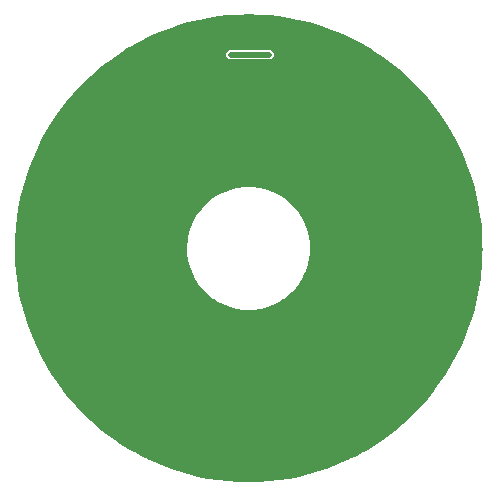
<source format=gbr>
%TF.GenerationSoftware,KiCad,Pcbnew,(6.0.4)*%
%TF.CreationDate,2022-07-14T17:56:19+08:00*%
%TF.ProjectId,SmartKnob_Screen,536d6172-744b-46e6-9f62-5f5363726565,rev?*%
%TF.SameCoordinates,Original*%
%TF.FileFunction,Copper,L1,Top*%
%TF.FilePolarity,Positive*%
%FSLAX46Y46*%
G04 Gerber Fmt 4.6, Leading zero omitted, Abs format (unit mm)*
G04 Created by KiCad (PCBNEW (6.0.4)) date 2022-07-14 17:56:19*
%MOMM*%
%LPD*%
G01*
G04 APERTURE LIST*
%TA.AperFunction,ViaPad*%
%ADD10C,0.450000*%
%TD*%
%TA.AperFunction,Conductor*%
%ADD11C,0.500000*%
%TD*%
G04 APERTURE END LIST*
D10*
%TO.N,/Screen_VCC*%
X193587110Y-99896230D03*
X190337110Y-99896230D03*
%TO.N,/Screen_GND*%
X173922433Y-116260711D03*
X206484739Y-105680576D03*
X198548675Y-99524734D03*
X207695953Y-107589145D03*
X174487936Y-120737129D03*
X201567315Y-131458614D03*
X178800998Y-103938863D03*
X176724530Y-106615829D03*
X187446015Y-133695208D03*
X196398851Y-133695208D03*
X180448801Y-130129949D03*
X206484739Y-126840846D03*
X177360127Y-105680576D03*
X174803416Y-121823017D03*
X209603604Y-112887847D03*
X175635546Y-108596684D03*
X185296191Y-132996688D03*
X184258406Y-99973824D03*
X209886914Y-117390940D03*
X201567315Y-101062808D03*
X186360127Y-133379728D03*
X209041450Y-110698405D03*
X199586460Y-132547598D03*
X209356930Y-120737129D03*
X203396065Y-130129949D03*
X209603604Y-119633575D03*
X188549569Y-133941882D03*
X176724530Y-125905593D03*
X198548675Y-132996688D03*
X195295297Y-133941882D03*
X174064368Y-118516709D03*
X204244281Y-129382146D03*
X189666435Y-134118776D03*
X194178431Y-134118776D03*
X182277551Y-131458614D03*
X196502204Y-100651230D03*
X205043868Y-103938863D03*
X181342298Y-130823017D03*
X173957952Y-117390940D03*
X175186456Y-109634469D03*
X182277551Y-101062808D03*
X202502568Y-130823017D03*
X191922433Y-134260711D03*
X205791671Y-104787079D03*
X174803416Y-110698405D03*
X179600585Y-103139276D03*
X183250867Y-100487191D03*
X184258406Y-132547598D03*
X209780498Y-118516709D03*
X174487936Y-111784293D03*
X208658410Y-122886953D03*
X174241262Y-119633575D03*
X207695953Y-124932277D03*
X173957952Y-115130482D03*
X175186456Y-122886953D03*
X180448801Y-102391473D03*
X199586460Y-99973824D03*
X178053195Y-104787079D03*
X193052662Y-134225192D03*
X209041450Y-121823017D03*
X193792204Y-97296230D03*
X200593999Y-100487191D03*
X174064368Y-114004713D03*
X208658410Y-109634469D03*
X189792204Y-97296230D03*
X186162204Y-100651230D03*
X190792204Y-97296230D03*
X190792204Y-134225192D03*
X176148913Y-124932277D03*
X203396065Y-102391473D03*
X176148913Y-107589145D03*
X208209320Y-123924738D03*
X209780498Y-114004713D03*
X197484739Y-133379728D03*
X208209320Y-108596684D03*
X209886914Y-115130482D03*
X205043868Y-128582559D03*
X209922433Y-116260711D03*
X183250867Y-132034231D03*
X175635546Y-123924738D03*
X204244281Y-103139276D03*
X207120336Y-106615829D03*
X181342298Y-101698405D03*
X200593999Y-132034231D03*
X192792204Y-97296230D03*
X205791671Y-127734343D03*
X202502568Y-101698405D03*
X207120336Y-125905593D03*
X174241262Y-112887847D03*
X209356930Y-111784293D03*
X191792204Y-97296230D03*
%TD*%
D11*
%TO.N,/Screen_VCC*%
X190337110Y-99896230D02*
X193587110Y-99896230D01*
%TD*%
%TA.AperFunction,Conductor*%
%TO.N,/Screen_GND*%
G36*
X192699134Y-96515540D02*
G01*
X192702328Y-96515678D01*
X193561168Y-96571969D01*
X193564355Y-96572249D01*
X194419854Y-96665941D01*
X194423044Y-96666360D01*
X195273679Y-96797286D01*
X195276835Y-96797843D01*
X195924235Y-96926618D01*
X196120927Y-96965743D01*
X196124079Y-96966442D01*
X196960020Y-97170996D01*
X196963138Y-97171831D01*
X197789395Y-97412663D01*
X197792447Y-97413624D01*
X198199936Y-97551949D01*
X198607411Y-97690268D01*
X198610444Y-97691372D01*
X199412554Y-98003295D01*
X199415537Y-98004531D01*
X200203254Y-98351135D01*
X200206175Y-98352497D01*
X200346272Y-98421585D01*
X200978055Y-98733146D01*
X200980919Y-98734637D01*
X201492890Y-99015514D01*
X201735467Y-99148596D01*
X201738243Y-99150199D01*
X202106117Y-99373431D01*
X202473981Y-99596656D01*
X202476704Y-99598390D01*
X202573520Y-99663080D01*
X203192314Y-100076545D01*
X203194919Y-100078369D01*
X203771995Y-100501499D01*
X203888993Y-100587286D01*
X203891554Y-100589252D01*
X204562711Y-101127912D01*
X204565182Y-101129984D01*
X205212246Y-101697444D01*
X205214623Y-101699622D01*
X205836324Y-102294771D01*
X205838569Y-102297016D01*
X206172293Y-102645629D01*
X206433715Y-102918714D01*
X206435896Y-102921094D01*
X207003353Y-103568155D01*
X207005428Y-103570629D01*
X207544088Y-104241786D01*
X207546054Y-104244347D01*
X208054971Y-104938421D01*
X208056795Y-104941026D01*
X208374119Y-105415936D01*
X208534950Y-105656636D01*
X208536684Y-105659359D01*
X208983135Y-106395087D01*
X208984750Y-106397883D01*
X209398703Y-107152421D01*
X209400194Y-107155285D01*
X209780841Y-107927160D01*
X209782205Y-107930086D01*
X210128809Y-108717803D01*
X210130045Y-108720786D01*
X210441968Y-109522896D01*
X210443072Y-109525929D01*
X210719711Y-110340879D01*
X210720682Y-110343959D01*
X210961509Y-111170202D01*
X210962344Y-111173320D01*
X211166898Y-112009261D01*
X211167597Y-112012413D01*
X211183109Y-112090396D01*
X211334121Y-112849583D01*
X211335495Y-112856493D01*
X211336054Y-112859661D01*
X211464185Y-113692138D01*
X211466979Y-113710291D01*
X211467399Y-113713486D01*
X211554202Y-114506075D01*
X211561090Y-114568971D01*
X211561371Y-114572172D01*
X211616605Y-115414881D01*
X211617661Y-115430996D01*
X211617800Y-115434206D01*
X211633869Y-116170594D01*
X211636575Y-116294616D01*
X211636575Y-116297833D01*
X211626711Y-116749915D01*
X211617801Y-117158238D01*
X211617662Y-117161448D01*
X211585965Y-117645050D01*
X211561372Y-118020273D01*
X211561091Y-118023475D01*
X211536462Y-118248363D01*
X211467400Y-118878968D01*
X211466980Y-118882164D01*
X211403118Y-119297082D01*
X211336056Y-119732787D01*
X211335497Y-119735955D01*
X211247349Y-120179107D01*
X211167597Y-120580047D01*
X211166898Y-120583199D01*
X210962344Y-121419140D01*
X210961509Y-121422258D01*
X210720682Y-122248501D01*
X210719711Y-122251581D01*
X210443072Y-123066531D01*
X210441968Y-123069564D01*
X210130045Y-123871674D01*
X210128809Y-123874657D01*
X209782205Y-124662374D01*
X209780841Y-124665300D01*
X209400194Y-125437175D01*
X209398703Y-125440039D01*
X208984750Y-126194577D01*
X208983135Y-126197373D01*
X208536684Y-126933101D01*
X208534950Y-126935824D01*
X208056795Y-127651434D01*
X208054971Y-127654039D01*
X207631841Y-128231115D01*
X207546054Y-128348113D01*
X207544088Y-128350674D01*
X207005428Y-129021831D01*
X207003353Y-129024305D01*
X206435896Y-129671366D01*
X206433718Y-129673743D01*
X205838569Y-130295444D01*
X205836324Y-130297689D01*
X205537619Y-130583637D01*
X205214626Y-130892835D01*
X205212249Y-130895014D01*
X204872179Y-131193247D01*
X204565185Y-131462473D01*
X204562711Y-131464548D01*
X203891554Y-132003208D01*
X203888993Y-132005174D01*
X203194919Y-132514091D01*
X203192314Y-132515915D01*
X202717404Y-132833240D01*
X202476704Y-132994070D01*
X202473981Y-132995804D01*
X201911166Y-133337329D01*
X201738253Y-133442255D01*
X201735467Y-133443864D01*
X201492890Y-133576946D01*
X200980919Y-133857823D01*
X200978055Y-133859314D01*
X200346272Y-134170875D01*
X200249336Y-134218679D01*
X200206180Y-134239961D01*
X200203254Y-134241325D01*
X199415537Y-134587929D01*
X199412554Y-134589165D01*
X198610444Y-134901088D01*
X198607411Y-134902192D01*
X198426430Y-134963627D01*
X197792447Y-135178836D01*
X197789395Y-135179797D01*
X197192568Y-135353757D01*
X196963138Y-135420629D01*
X196960020Y-135421464D01*
X196124079Y-135626018D01*
X196120927Y-135626717D01*
X195276835Y-135794617D01*
X195273679Y-135795174D01*
X194423044Y-135926100D01*
X194419854Y-135926519D01*
X193564355Y-136020211D01*
X193561168Y-136020491D01*
X192702328Y-136076782D01*
X192699134Y-136076920D01*
X191838714Y-136095695D01*
X191835506Y-136095695D01*
X190975086Y-136076920D01*
X190971892Y-136076782D01*
X190113052Y-136020491D01*
X190109865Y-136020211D01*
X189254366Y-135926519D01*
X189251176Y-135926100D01*
X188400541Y-135795174D01*
X188397385Y-135794617D01*
X187553293Y-135626717D01*
X187550141Y-135626018D01*
X186714200Y-135421464D01*
X186711082Y-135420629D01*
X186481652Y-135353757D01*
X185884825Y-135179797D01*
X185881773Y-135178836D01*
X185247790Y-134963627D01*
X185066809Y-134902192D01*
X185063776Y-134901088D01*
X184261666Y-134589165D01*
X184258683Y-134587929D01*
X183470966Y-134241325D01*
X183468040Y-134239961D01*
X183424885Y-134218679D01*
X183327948Y-134170875D01*
X182696165Y-133859314D01*
X182693301Y-133857823D01*
X182181330Y-133576946D01*
X181938753Y-133443864D01*
X181935967Y-133442255D01*
X181763055Y-133337329D01*
X181200239Y-132995804D01*
X181197516Y-132994070D01*
X180956816Y-132833239D01*
X180481906Y-132515915D01*
X180479301Y-132514091D01*
X179785227Y-132005174D01*
X179782666Y-132003208D01*
X179111509Y-131464548D01*
X179109035Y-131462473D01*
X178802042Y-131193247D01*
X178461971Y-130895014D01*
X178459594Y-130892835D01*
X178136601Y-130583637D01*
X177837896Y-130297689D01*
X177835651Y-130295444D01*
X177240502Y-129673743D01*
X177238324Y-129671366D01*
X176670867Y-129024305D01*
X176668792Y-129021831D01*
X176130132Y-128350674D01*
X176128166Y-128348113D01*
X176042379Y-128231115D01*
X175619249Y-127654039D01*
X175617425Y-127651434D01*
X175139270Y-126935824D01*
X175137536Y-126933101D01*
X174691085Y-126197373D01*
X174689470Y-126194577D01*
X174275517Y-125440039D01*
X174274026Y-125437175D01*
X173893379Y-124665300D01*
X173892015Y-124662374D01*
X173545411Y-123874657D01*
X173544175Y-123871674D01*
X173232252Y-123069564D01*
X173231148Y-123066531D01*
X172954509Y-122251581D01*
X172953538Y-122248501D01*
X172712711Y-121422258D01*
X172711876Y-121419140D01*
X172507322Y-120583199D01*
X172506623Y-120580047D01*
X172426871Y-120179107D01*
X172338723Y-119735955D01*
X172338164Y-119732787D01*
X172271103Y-119297082D01*
X172207240Y-118882164D01*
X172206820Y-118878968D01*
X172137758Y-118248363D01*
X172113129Y-118023475D01*
X172112848Y-118020273D01*
X172088255Y-117645050D01*
X172056558Y-117161448D01*
X172056419Y-117158238D01*
X172047510Y-116749915D01*
X172037645Y-116297833D01*
X172037645Y-116296230D01*
X186631656Y-116296230D01*
X186651464Y-116749915D01*
X186651674Y-116751508D01*
X186651674Y-116751511D01*
X186707768Y-117177579D01*
X186710739Y-117200148D01*
X186809028Y-117643501D01*
X186809514Y-117645042D01*
X186809516Y-117645050D01*
X186927823Y-118020273D01*
X186945583Y-118076600D01*
X186946196Y-118078081D01*
X186946199Y-118078088D01*
X187016730Y-118248363D01*
X187119367Y-118496150D01*
X187120107Y-118497571D01*
X187120110Y-118497578D01*
X187318649Y-118878968D01*
X187329055Y-118898957D01*
X187329918Y-118900312D01*
X187329924Y-118900322D01*
X187472093Y-119123482D01*
X187573052Y-119281956D01*
X187849501Y-119642231D01*
X188156298Y-119977042D01*
X188491109Y-120283839D01*
X188851384Y-120560288D01*
X188940891Y-120617310D01*
X189233018Y-120803416D01*
X189233028Y-120803422D01*
X189234383Y-120804285D01*
X189235818Y-120805032D01*
X189635762Y-121013230D01*
X189635769Y-121013233D01*
X189637190Y-121013973D01*
X189638667Y-121014585D01*
X189638676Y-121014589D01*
X190055252Y-121187141D01*
X190055259Y-121187144D01*
X190056740Y-121187757D01*
X190058277Y-121188241D01*
X190058278Y-121188242D01*
X190488290Y-121323824D01*
X190488298Y-121323826D01*
X190489839Y-121324312D01*
X190491415Y-121324661D01*
X190491421Y-121324663D01*
X190861820Y-121406778D01*
X190933192Y-121422601D01*
X190934784Y-121422811D01*
X190934792Y-121422812D01*
X191381829Y-121481666D01*
X191381832Y-121481666D01*
X191383425Y-121481876D01*
X191837110Y-121501684D01*
X192290795Y-121481876D01*
X192292388Y-121481666D01*
X192292391Y-121481666D01*
X192739428Y-121422812D01*
X192739436Y-121422811D01*
X192741028Y-121422601D01*
X192812400Y-121406778D01*
X193182799Y-121324663D01*
X193182805Y-121324661D01*
X193184381Y-121324312D01*
X193185922Y-121323826D01*
X193185930Y-121323824D01*
X193615942Y-121188242D01*
X193615943Y-121188241D01*
X193617480Y-121187757D01*
X193618961Y-121187144D01*
X193618968Y-121187141D01*
X194035544Y-121014589D01*
X194035553Y-121014585D01*
X194037030Y-121013973D01*
X194038451Y-121013233D01*
X194038458Y-121013230D01*
X194438402Y-120805032D01*
X194439837Y-120804285D01*
X194441192Y-120803422D01*
X194441202Y-120803416D01*
X194733329Y-120617310D01*
X194822836Y-120560288D01*
X195183111Y-120283839D01*
X195517922Y-119977042D01*
X195824719Y-119642231D01*
X196101168Y-119281956D01*
X196202127Y-119123482D01*
X196344296Y-118900322D01*
X196344302Y-118900312D01*
X196345165Y-118898957D01*
X196355571Y-118878968D01*
X196554110Y-118497578D01*
X196554113Y-118497571D01*
X196554853Y-118496150D01*
X196657491Y-118248363D01*
X196728021Y-118078088D01*
X196728024Y-118078081D01*
X196728637Y-118076600D01*
X196746397Y-118020273D01*
X196864704Y-117645050D01*
X196864706Y-117645042D01*
X196865192Y-117643501D01*
X196963481Y-117200148D01*
X196966453Y-117177579D01*
X197022546Y-116751511D01*
X197022546Y-116751508D01*
X197022756Y-116749915D01*
X197042564Y-116296230D01*
X197022756Y-115842545D01*
X197009860Y-115744589D01*
X196963692Y-115393912D01*
X196963691Y-115393904D01*
X196963481Y-115392312D01*
X196865192Y-114948959D01*
X196728637Y-114515860D01*
X196724584Y-114506075D01*
X196555469Y-114097796D01*
X196555465Y-114097787D01*
X196554853Y-114096310D01*
X196345165Y-113693503D01*
X196344302Y-113692148D01*
X196344296Y-113692138D01*
X196102041Y-113311875D01*
X196101168Y-113310504D01*
X195824719Y-112950229D01*
X195517922Y-112615418D01*
X195183111Y-112308621D01*
X194822836Y-112032172D01*
X194617733Y-111901507D01*
X194441202Y-111789044D01*
X194441192Y-111789038D01*
X194439837Y-111788175D01*
X194081451Y-111601611D01*
X194038458Y-111579230D01*
X194038451Y-111579227D01*
X194037030Y-111578487D01*
X194035553Y-111577875D01*
X194035544Y-111577871D01*
X193618968Y-111405319D01*
X193618961Y-111405316D01*
X193617480Y-111404703D01*
X193615942Y-111404218D01*
X193185930Y-111268636D01*
X193185922Y-111268634D01*
X193184381Y-111268148D01*
X193182805Y-111267799D01*
X193182799Y-111267797D01*
X192812400Y-111185682D01*
X192741028Y-111169859D01*
X192739436Y-111169649D01*
X192739428Y-111169648D01*
X192292391Y-111110794D01*
X192292388Y-111110794D01*
X192290795Y-111110584D01*
X191837110Y-111090776D01*
X191383425Y-111110584D01*
X191381832Y-111110794D01*
X191381829Y-111110794D01*
X190934792Y-111169648D01*
X190934784Y-111169649D01*
X190933192Y-111169859D01*
X190861820Y-111185682D01*
X190491421Y-111267797D01*
X190491415Y-111267799D01*
X190489839Y-111268148D01*
X190488298Y-111268634D01*
X190488290Y-111268636D01*
X190058278Y-111404218D01*
X190056740Y-111404703D01*
X190055259Y-111405316D01*
X190055252Y-111405319D01*
X189638676Y-111577871D01*
X189638667Y-111577875D01*
X189637190Y-111578487D01*
X189635769Y-111579227D01*
X189635762Y-111579230D01*
X189592769Y-111601611D01*
X189234383Y-111788175D01*
X189233028Y-111789038D01*
X189233018Y-111789044D01*
X189056487Y-111901507D01*
X188851384Y-112032172D01*
X188491109Y-112308621D01*
X188156298Y-112615418D01*
X187849501Y-112950229D01*
X187573052Y-113310504D01*
X187572179Y-113311875D01*
X187329924Y-113692138D01*
X187329918Y-113692148D01*
X187329055Y-113693503D01*
X187119367Y-114096310D01*
X187118755Y-114097787D01*
X187118751Y-114097796D01*
X186949636Y-114506075D01*
X186945583Y-114515860D01*
X186809028Y-114948959D01*
X186710739Y-115392312D01*
X186710529Y-115393904D01*
X186710528Y-115393912D01*
X186664360Y-115744589D01*
X186651464Y-115842545D01*
X186637141Y-116170594D01*
X186631656Y-116296230D01*
X172037645Y-116296230D01*
X172037645Y-116294616D01*
X172040351Y-116170594D01*
X172056420Y-115434206D01*
X172056559Y-115430996D01*
X172057616Y-115414881D01*
X172112849Y-114572172D01*
X172113130Y-114568971D01*
X172120019Y-114506075D01*
X172206821Y-113713486D01*
X172207241Y-113710291D01*
X172210035Y-113692138D01*
X172338166Y-112859661D01*
X172338725Y-112856493D01*
X172340100Y-112849583D01*
X172491111Y-112090396D01*
X172506623Y-112012413D01*
X172507322Y-112009261D01*
X172711876Y-111173320D01*
X172712711Y-111170202D01*
X172953538Y-110343959D01*
X172954509Y-110340879D01*
X173231148Y-109525929D01*
X173232252Y-109522896D01*
X173544175Y-108720786D01*
X173545411Y-108717803D01*
X173892015Y-107930086D01*
X173893379Y-107927160D01*
X174274026Y-107155285D01*
X174275517Y-107152421D01*
X174689470Y-106397883D01*
X174691085Y-106395087D01*
X175137536Y-105659359D01*
X175139270Y-105656636D01*
X175300101Y-105415936D01*
X175617425Y-104941026D01*
X175619249Y-104938421D01*
X176128166Y-104244347D01*
X176130132Y-104241786D01*
X176668792Y-103570629D01*
X176670867Y-103568155D01*
X177238324Y-102921094D01*
X177240505Y-102918714D01*
X177501927Y-102645629D01*
X177835651Y-102297016D01*
X177837896Y-102294771D01*
X178459597Y-101699622D01*
X178461974Y-101697444D01*
X179109038Y-101129984D01*
X179111509Y-101127912D01*
X179782666Y-100589252D01*
X179785227Y-100587286D01*
X179902225Y-100501499D01*
X180479301Y-100078369D01*
X180481906Y-100076545D01*
X180751766Y-99896230D01*
X189931618Y-99896230D01*
X189932529Y-99901982D01*
X189950552Y-100015779D01*
X189950553Y-100015782D01*
X189951464Y-100021534D01*
X189954109Y-100026725D01*
X189954110Y-100026728D01*
X190006414Y-100129380D01*
X190006416Y-100129382D01*
X190009060Y-100134572D01*
X190098768Y-100224280D01*
X190103958Y-100226924D01*
X190103960Y-100226926D01*
X190206612Y-100279230D01*
X190206615Y-100279231D01*
X190211806Y-100281876D01*
X190217558Y-100282787D01*
X190217561Y-100282788D01*
X190302718Y-100296275D01*
X190305591Y-100296730D01*
X193618629Y-100296730D01*
X193621502Y-100296275D01*
X193706659Y-100282788D01*
X193706662Y-100282787D01*
X193712414Y-100281876D01*
X193717605Y-100279231D01*
X193717608Y-100279230D01*
X193820260Y-100226926D01*
X193820262Y-100226924D01*
X193825452Y-100224280D01*
X193915160Y-100134572D01*
X193917804Y-100129382D01*
X193917806Y-100129380D01*
X193970110Y-100026728D01*
X193970111Y-100026725D01*
X193972756Y-100021534D01*
X193973667Y-100015782D01*
X193973668Y-100015779D01*
X193991691Y-99901982D01*
X193992602Y-99896230D01*
X193991691Y-99890478D01*
X193973668Y-99776681D01*
X193973667Y-99776678D01*
X193972756Y-99770926D01*
X193970110Y-99765732D01*
X193917806Y-99663080D01*
X193917804Y-99663078D01*
X193915160Y-99657888D01*
X193825452Y-99568180D01*
X193820262Y-99565536D01*
X193820260Y-99565534D01*
X193717608Y-99513230D01*
X193717605Y-99513229D01*
X193712414Y-99510584D01*
X193706662Y-99509673D01*
X193706659Y-99509672D01*
X193621502Y-99496185D01*
X193618629Y-99495730D01*
X190305591Y-99495730D01*
X190302718Y-99496185D01*
X190217561Y-99509672D01*
X190217558Y-99509673D01*
X190211806Y-99510584D01*
X190206615Y-99513229D01*
X190206612Y-99513230D01*
X190103960Y-99565534D01*
X190103958Y-99565536D01*
X190098768Y-99568180D01*
X190009060Y-99657888D01*
X190006416Y-99663078D01*
X190006414Y-99663080D01*
X189954110Y-99765732D01*
X189951464Y-99770926D01*
X189950553Y-99776678D01*
X189950552Y-99776681D01*
X189932529Y-99890478D01*
X189931618Y-99896230D01*
X180751766Y-99896230D01*
X181100700Y-99663080D01*
X181197516Y-99598390D01*
X181200239Y-99596656D01*
X181568103Y-99373431D01*
X181935977Y-99150199D01*
X181938753Y-99148596D01*
X182181330Y-99015514D01*
X182693301Y-98734637D01*
X182696165Y-98733146D01*
X183327948Y-98421585D01*
X183468045Y-98352497D01*
X183470966Y-98351135D01*
X184258683Y-98004531D01*
X184261666Y-98003295D01*
X185063776Y-97691372D01*
X185066809Y-97690268D01*
X185474284Y-97551949D01*
X185881773Y-97413624D01*
X185884825Y-97412663D01*
X186711082Y-97171831D01*
X186714200Y-97170996D01*
X187550141Y-96966442D01*
X187553293Y-96965743D01*
X187749985Y-96926618D01*
X188397385Y-96797843D01*
X188400541Y-96797286D01*
X189251176Y-96666360D01*
X189254366Y-96665941D01*
X190109865Y-96572249D01*
X190113052Y-96571969D01*
X190971892Y-96515678D01*
X190975086Y-96515540D01*
X191835506Y-96496765D01*
X191838714Y-96496765D01*
X192699134Y-96515540D01*
G37*
%TD.AperFunction*%
%TD*%
M02*

</source>
